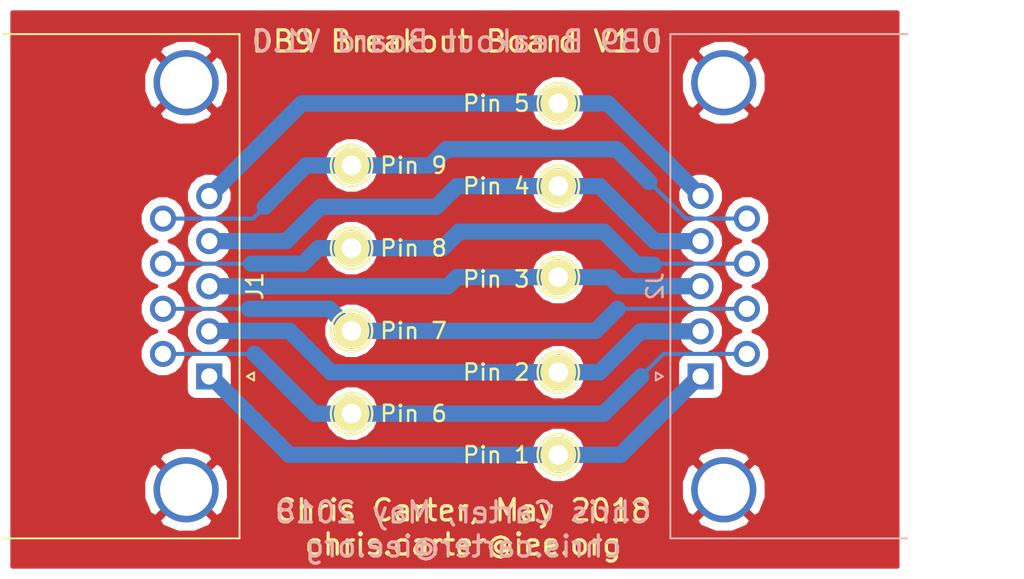
<source format=kicad_pcb>
(kicad_pcb (version 20171130) (host pcbnew 5.0.0-rc2-dev-unknown-5a90858~64~ubuntu16.04.1)

  (general
    (thickness 1.6)
    (drawings 8)
    (tracks 67)
    (zones 0)
    (modules 11)
    (nets 11)
  )

  (page A4)
  (layers
    (0 F.Cu signal hide)
    (31 B.Cu signal)
    (32 B.Adhes user)
    (33 F.Adhes user)
    (34 B.Paste user)
    (35 F.Paste user)
    (36 B.SilkS user)
    (37 F.SilkS user)
    (38 B.Mask user hide)
    (39 F.Mask user hide)
    (40 Dwgs.User user hide)
    (41 Cmts.User user hide)
    (42 Eco1.User user hide)
    (43 Eco2.User user hide)
    (44 Edge.Cuts user)
    (45 Margin user hide)
    (46 B.CrtYd user hide)
    (47 F.CrtYd user hide)
    (48 B.Fab user hide)
    (49 F.Fab user hide)
  )

  (setup
    (last_trace_width 1)
    (trace_clearance 0.2)
    (zone_clearance 0.508)
    (zone_45_only no)
    (trace_min 0.2)
    (segment_width 0.2)
    (edge_width 0.001)
    (via_size 0.8)
    (via_drill 0.4)
    (via_min_size 0.4)
    (via_min_drill 0.3)
    (uvia_size 0.3)
    (uvia_drill 0.1)
    (uvias_allowed no)
    (uvia_min_size 0.2)
    (uvia_min_drill 0.1)
    (pcb_text_width 0.3)
    (pcb_text_size 1.5 1.5)
    (mod_edge_width 0.15)
    (mod_text_size 1 1)
    (mod_text_width 0.15)
    (pad_size 1.524 1.524)
    (pad_drill 0.762)
    (pad_to_mask_clearance 0.2)
    (aux_axis_origin 0 0)
    (visible_elements 7FFFFFFF)
    (pcbplotparams
      (layerselection 0x010fc_ffffffff)
      (usegerberextensions false)
      (usegerberattributes false)
      (usegerberadvancedattributes false)
      (creategerberjobfile false)
      (excludeedgelayer true)
      (linewidth 0.100000)
      (plotframeref false)
      (viasonmask false)
      (mode 1)
      (useauxorigin false)
      (hpglpennumber 1)
      (hpglpenspeed 20)
      (hpglpendiameter 15)
      (psnegative false)
      (psa4output false)
      (plotreference true)
      (plotvalue true)
      (plotinvisibletext false)
      (padsonsilk false)
      (subtractmaskfromsilk false)
      (outputformat 1)
      (mirror false)
      (drillshape 1)
      (scaleselection 1)
      (outputdirectory ""))
  )

  (net 0 "")
  (net 1 "Net-(J1-Pad9)")
  (net 2 "Net-(J1-Pad8)")
  (net 3 "Net-(J1-Pad7)")
  (net 4 "Net-(J1-Pad6)")
  (net 5 "Net-(J1-Pad5)")
  (net 6 "Net-(J1-Pad4)")
  (net 7 "Net-(J1-Pad3)")
  (net 8 "Net-(J1-Pad2)")
  (net 9 "Net-(J1-Pad1)")
  (net 10 "Net-(J1-Pad0)")

  (net_class Default "This is the default net class."
    (clearance 0.2)
    (trace_width 1)
    (via_dia 0.8)
    (via_drill 0.4)
    (uvia_dia 0.3)
    (uvia_drill 0.1)
    (add_net "Net-(J1-Pad0)")
    (add_net "Net-(J1-Pad1)")
    (add_net "Net-(J1-Pad2)")
    (add_net "Net-(J1-Pad3)")
    (add_net "Net-(J1-Pad4)")
    (add_net "Net-(J1-Pad5)")
    (add_net "Net-(J1-Pad6)")
    (add_net "Net-(J1-Pad7)")
    (add_net "Net-(J1-Pad8)")
    (add_net "Net-(J1-Pad9)")
  )

  (net_class Narrow ""
    (clearance 0.2)
    (trace_width 0.25)
    (via_dia 0.8)
    (via_drill 0.4)
    (uvia_dia 0.3)
    (uvia_drill 0.1)
  )

  (module "Core Footprint Library:Test_Point_001" (layer F.Cu) (tedit 5AF0FD93) (tstamp 5AF2715C)
    (at 144.78 84.328)
    (path /5AE1D887)
    (fp_text reference TP3 (at 0 2.54) (layer F.SilkS) hide
      (effects (font (size 1 1) (thickness 0.15)))
    )
    (fp_text value "Pin 3" (at -3.81 0.127) (layer F.SilkS)
      (effects (font (size 1 1) (thickness 0.15)))
    )
    (fp_circle (center 0 0) (end -1.27 0) (layer F.SilkS) (width 0.15))
    (pad 1 thru_hole circle (at 0 0) (size 2.2 2.2) (drill 1.2) (layers *.Cu *.Mask F.SilkS)
      (net 7 "Net-(J1-Pad3)"))
  )

  (module "Core Footprint Library:Test_Point_001" (layer F.Cu) (tedit 5AF0FD83) (tstamp 5AF27157)
    (at 144.78 90.17)
    (path /5AE1D867)
    (fp_text reference TP2 (at 0 2.54) (layer F.SilkS) hide
      (effects (font (size 1 1) (thickness 0.15)))
    )
    (fp_text value "Pin 2" (at -3.81 0) (layer F.SilkS)
      (effects (font (size 1 1) (thickness 0.15)))
    )
    (fp_circle (center 0 0) (end -1.27 0) (layer F.SilkS) (width 0.15))
    (pad 1 thru_hole circle (at 0 0) (size 2.2 2.2) (drill 1.2) (layers *.Cu *.Mask F.SilkS)
      (net 8 "Net-(J1-Pad2)"))
  )

  (module "Core Footprint Library:Test_Point_001" (layer F.Cu) (tedit 5AF0FD50) (tstamp 5AF2749E)
    (at 144.78 95.25)
    (path /5AE1D7C0)
    (fp_text reference TP1 (at 0 2.54) (layer F.SilkS) hide
      (effects (font (size 1 1) (thickness 0.15)))
    )
    (fp_text value "Pin 1" (at -3.81 0) (layer F.SilkS)
      (effects (font (size 1 1) (thickness 0.15)))
    )
    (fp_circle (center 0 0) (end -1.27 0) (layer F.SilkS) (width 0.15))
    (pad 1 thru_hole circle (at 0 0) (size 2.2 2.2) (drill 1.2) (layers *.Cu *.Mask F.SilkS)
      (net 9 "Net-(J1-Pad1)"))
  )

  (module Connectors_DSub:DSUB-9_Female_Horizontal_Pitch2.77x2.84mm_EdgePinOffset9.90mm_Housed_MountingHolesOffset11.32mm (layer B.Cu) (tedit 59F2C3AB) (tstamp 5AF2762A)
    (at 153.52 90.43 270)
    (descr "9-pin D-Sub connector, horizontal/angled (90 deg), THT-mount, female, pitch 2.77x2.84mm, pin-PCB-offset 9.9mm, distance of mounting holes 25mm, distance of mounting holes to PCB edge 11.32mm, see https://disti-assets.s3.amazonaws.com/tonar/files/datasheets/16730.pdf")
    (tags "9-pin D-Sub connector horizontal angled 90deg THT female pitch 2.77x2.84mm pin-PCB-offset 9.9mm mounting-holes-distance 25mm mounting-hole-offset 25mm")
    (path /5AEFE756)
    (fp_text reference J2 (at -5.54 2.8 270) (layer B.SilkS)
      (effects (font (size 1 1) (thickness 0.15)) (justify mirror))
    )
    (fp_text value DB9 (at -5.54 -20.81 270) (layer B.Fab)
      (effects (font (size 1 1) (thickness 0.15)) (justify mirror))
    )
    (fp_arc (start -18.04 -1.42) (end -19.64 -1.42) (angle -180) (layer B.Fab) (width 0.1))
    (fp_arc (start 6.96 -1.42) (end 5.36 -1.42) (angle -180) (layer B.Fab) (width 0.1))
    (fp_line (start -20.965 1.8) (end -20.965 -12.74) (layer B.Fab) (width 0.1))
    (fp_line (start -20.965 -12.74) (end 9.885 -12.74) (layer B.Fab) (width 0.1))
    (fp_line (start 9.885 -12.74) (end 9.885 1.8) (layer B.Fab) (width 0.1))
    (fp_line (start 9.885 1.8) (end -20.965 1.8) (layer B.Fab) (width 0.1))
    (fp_line (start -20.965 -12.74) (end -20.965 -13.14) (layer B.Fab) (width 0.1))
    (fp_line (start -20.965 -13.14) (end 9.885 -13.14) (layer B.Fab) (width 0.1))
    (fp_line (start 9.885 -13.14) (end 9.885 -12.74) (layer B.Fab) (width 0.1))
    (fp_line (start 9.885 -12.74) (end -20.965 -12.74) (layer B.Fab) (width 0.1))
    (fp_line (start -13.69 -13.14) (end -13.69 -19.31) (layer B.Fab) (width 0.1))
    (fp_line (start -13.69 -19.31) (end 2.61 -19.31) (layer B.Fab) (width 0.1))
    (fp_line (start 2.61 -19.31) (end 2.61 -13.14) (layer B.Fab) (width 0.1))
    (fp_line (start 2.61 -13.14) (end -13.69 -13.14) (layer B.Fab) (width 0.1))
    (fp_line (start -20.54 -13.14) (end -20.54 -18.14) (layer B.Fab) (width 0.1))
    (fp_line (start -20.54 -18.14) (end -15.54 -18.14) (layer B.Fab) (width 0.1))
    (fp_line (start -15.54 -18.14) (end -15.54 -13.14) (layer B.Fab) (width 0.1))
    (fp_line (start -15.54 -13.14) (end -20.54 -13.14) (layer B.Fab) (width 0.1))
    (fp_line (start 4.46 -13.14) (end 4.46 -18.14) (layer B.Fab) (width 0.1))
    (fp_line (start 4.46 -18.14) (end 9.46 -18.14) (layer B.Fab) (width 0.1))
    (fp_line (start 9.46 -18.14) (end 9.46 -13.14) (layer B.Fab) (width 0.1))
    (fp_line (start 9.46 -13.14) (end 4.46 -13.14) (layer B.Fab) (width 0.1))
    (fp_line (start -19.64 -12.74) (end -19.64 -1.42) (layer B.Fab) (width 0.1))
    (fp_line (start -16.44 -12.74) (end -16.44 -1.42) (layer B.Fab) (width 0.1))
    (fp_line (start 5.36 -12.74) (end 5.36 -1.42) (layer B.Fab) (width 0.1))
    (fp_line (start 8.56 -12.74) (end 8.56 -1.42) (layer B.Fab) (width 0.1))
    (fp_line (start -21.025 -12.68) (end -21.025 1.86) (layer B.SilkS) (width 0.12))
    (fp_line (start -21.025 1.86) (end 9.945 1.86) (layer B.SilkS) (width 0.12))
    (fp_line (start 9.945 1.86) (end 9.945 -12.68) (layer B.SilkS) (width 0.12))
    (fp_line (start -0.25 2.754338) (end 0.25 2.754338) (layer B.SilkS) (width 0.12))
    (fp_line (start 0.25 2.754338) (end 0 2.321325) (layer B.SilkS) (width 0.12))
    (fp_line (start 0 2.321325) (end -0.25 2.754338) (layer B.SilkS) (width 0.12))
    (fp_line (start -21.5 2.35) (end -21.5 -19.85) (layer B.CrtYd) (width 0.05))
    (fp_line (start -21.5 -19.85) (end 10.4 -19.85) (layer B.CrtYd) (width 0.05))
    (fp_line (start 10.4 -19.85) (end 10.4 2.35) (layer B.CrtYd) (width 0.05))
    (fp_line (start 10.4 2.35) (end -21.5 2.35) (layer B.CrtYd) (width 0.05))
    (fp_text user %R (at -5.54 -16.225 270) (layer B.Fab)
      (effects (font (size 1 1) (thickness 0.15)) (justify mirror))
    )
    (pad 1 thru_hole rect (at 0 0 270) (size 1.6 1.6) (drill 1) (layers *.Cu *.Mask)
      (net 9 "Net-(J1-Pad1)"))
    (pad 2 thru_hole circle (at -2.77 0 270) (size 1.6 1.6) (drill 1) (layers *.Cu *.Mask)
      (net 8 "Net-(J1-Pad2)"))
    (pad 3 thru_hole circle (at -5.54 0 270) (size 1.6 1.6) (drill 1) (layers *.Cu *.Mask)
      (net 7 "Net-(J1-Pad3)"))
    (pad 4 thru_hole circle (at -8.31 0 270) (size 1.6 1.6) (drill 1) (layers *.Cu *.Mask)
      (net 6 "Net-(J1-Pad4)"))
    (pad 5 thru_hole circle (at -11.08 0 270) (size 1.6 1.6) (drill 1) (layers *.Cu *.Mask)
      (net 5 "Net-(J1-Pad5)"))
    (pad 6 thru_hole circle (at -1.385 -2.84 270) (size 1.6 1.6) (drill 1) (layers *.Cu *.Mask)
      (net 4 "Net-(J1-Pad6)"))
    (pad 7 thru_hole circle (at -4.155 -2.84 270) (size 1.6 1.6) (drill 1) (layers *.Cu *.Mask)
      (net 3 "Net-(J1-Pad7)"))
    (pad 8 thru_hole circle (at -6.925 -2.84 270) (size 1.6 1.6) (drill 1) (layers *.Cu *.Mask)
      (net 2 "Net-(J1-Pad8)"))
    (pad 9 thru_hole circle (at -9.695 -2.84 270) (size 1.6 1.6) (drill 1) (layers *.Cu *.Mask)
      (net 1 "Net-(J1-Pad9)"))
    (pad 0 thru_hole circle (at -18.04 -1.42 270) (size 4 4) (drill 3.2) (layers *.Cu *.Mask)
      (net 10 "Net-(J1-Pad0)"))
    (pad 0 thru_hole circle (at 6.96 -1.42 270) (size 4 4) (drill 3.2) (layers *.Cu *.Mask)
      (net 10 "Net-(J1-Pad0)"))
    (model ${KISYS3DMOD}/Connectors_DSub.3dshapes/DSUB-9_Female_Horizontal_Pitch2.77x2.84mm_EdgePinOffset9.90mm_Housed_MountingHolesOffset11.32mm.wrl
      (at (xyz 0 0 0))
      (scale (xyz 1 1 1))
      (rotate (xyz 0 0 0))
    )
  )

  (module Connectors_DSub:DSUB-9_Female_Horizontal_Pitch2.77x2.84mm_EdgePinOffset9.90mm_Housed_MountingHolesOffset11.32mm (layer F.Cu) (tedit 59F2C3AB) (tstamp 5AF269E2)
    (at 123.34 90.43 270)
    (descr "9-pin D-Sub connector, horizontal/angled (90 deg), THT-mount, female, pitch 2.77x2.84mm, pin-PCB-offset 9.9mm, distance of mounting holes 25mm, distance of mounting holes to PCB edge 11.32mm, see https://disti-assets.s3.amazonaws.com/tonar/files/datasheets/16730.pdf")
    (tags "9-pin D-Sub connector horizontal angled 90deg THT female pitch 2.77x2.84mm pin-PCB-offset 9.9mm mounting-holes-distance 25mm mounting-hole-offset 25mm")
    (path /5AEFD9DB)
    (fp_text reference J1 (at -5.54 -2.8 270) (layer F.SilkS)
      (effects (font (size 1 1) (thickness 0.15)))
    )
    (fp_text value DB9 (at -5.54 20.81 270) (layer F.Fab)
      (effects (font (size 1 1) (thickness 0.15)))
    )
    (fp_arc (start -18.04 1.42) (end -19.64 1.42) (angle 180) (layer F.Fab) (width 0.1))
    (fp_arc (start 6.96 1.42) (end 5.36 1.42) (angle 180) (layer F.Fab) (width 0.1))
    (fp_line (start -20.965 -1.8) (end -20.965 12.74) (layer F.Fab) (width 0.1))
    (fp_line (start -20.965 12.74) (end 9.885 12.74) (layer F.Fab) (width 0.1))
    (fp_line (start 9.885 12.74) (end 9.885 -1.8) (layer F.Fab) (width 0.1))
    (fp_line (start 9.885 -1.8) (end -20.965 -1.8) (layer F.Fab) (width 0.1))
    (fp_line (start -20.965 12.74) (end -20.965 13.14) (layer F.Fab) (width 0.1))
    (fp_line (start -20.965 13.14) (end 9.885 13.14) (layer F.Fab) (width 0.1))
    (fp_line (start 9.885 13.14) (end 9.885 12.74) (layer F.Fab) (width 0.1))
    (fp_line (start 9.885 12.74) (end -20.965 12.74) (layer F.Fab) (width 0.1))
    (fp_line (start -13.69 13.14) (end -13.69 19.31) (layer F.Fab) (width 0.1))
    (fp_line (start -13.69 19.31) (end 2.61 19.31) (layer F.Fab) (width 0.1))
    (fp_line (start 2.61 19.31) (end 2.61 13.14) (layer F.Fab) (width 0.1))
    (fp_line (start 2.61 13.14) (end -13.69 13.14) (layer F.Fab) (width 0.1))
    (fp_line (start -20.54 13.14) (end -20.54 18.14) (layer F.Fab) (width 0.1))
    (fp_line (start -20.54 18.14) (end -15.54 18.14) (layer F.Fab) (width 0.1))
    (fp_line (start -15.54 18.14) (end -15.54 13.14) (layer F.Fab) (width 0.1))
    (fp_line (start -15.54 13.14) (end -20.54 13.14) (layer F.Fab) (width 0.1))
    (fp_line (start 4.46 13.14) (end 4.46 18.14) (layer F.Fab) (width 0.1))
    (fp_line (start 4.46 18.14) (end 9.46 18.14) (layer F.Fab) (width 0.1))
    (fp_line (start 9.46 18.14) (end 9.46 13.14) (layer F.Fab) (width 0.1))
    (fp_line (start 9.46 13.14) (end 4.46 13.14) (layer F.Fab) (width 0.1))
    (fp_line (start -19.64 12.74) (end -19.64 1.42) (layer F.Fab) (width 0.1))
    (fp_line (start -16.44 12.74) (end -16.44 1.42) (layer F.Fab) (width 0.1))
    (fp_line (start 5.36 12.74) (end 5.36 1.42) (layer F.Fab) (width 0.1))
    (fp_line (start 8.56 12.74) (end 8.56 1.42) (layer F.Fab) (width 0.1))
    (fp_line (start -21.025 12.68) (end -21.025 -1.86) (layer F.SilkS) (width 0.12))
    (fp_line (start -21.025 -1.86) (end 9.945 -1.86) (layer F.SilkS) (width 0.12))
    (fp_line (start 9.945 -1.86) (end 9.945 12.68) (layer F.SilkS) (width 0.12))
    (fp_line (start -0.25 -2.754338) (end 0.25 -2.754338) (layer F.SilkS) (width 0.12))
    (fp_line (start 0.25 -2.754338) (end 0 -2.321325) (layer F.SilkS) (width 0.12))
    (fp_line (start 0 -2.321325) (end -0.25 -2.754338) (layer F.SilkS) (width 0.12))
    (fp_line (start -21.5 -2.35) (end -21.5 19.85) (layer F.CrtYd) (width 0.05))
    (fp_line (start -21.5 19.85) (end 10.4 19.85) (layer F.CrtYd) (width 0.05))
    (fp_line (start 10.4 19.85) (end 10.4 -2.35) (layer F.CrtYd) (width 0.05))
    (fp_line (start 10.4 -2.35) (end -21.5 -2.35) (layer F.CrtYd) (width 0.05))
    (fp_text user %R (at -5.54 16.225 270) (layer F.Fab)
      (effects (font (size 1 1) (thickness 0.15)))
    )
    (pad 1 thru_hole rect (at 0 0 270) (size 1.6 1.6) (drill 1) (layers *.Cu *.Mask)
      (net 9 "Net-(J1-Pad1)"))
    (pad 2 thru_hole circle (at -2.77 0 270) (size 1.6 1.6) (drill 1) (layers *.Cu *.Mask)
      (net 8 "Net-(J1-Pad2)"))
    (pad 3 thru_hole circle (at -5.54 0 270) (size 1.6 1.6) (drill 1) (layers *.Cu *.Mask)
      (net 7 "Net-(J1-Pad3)"))
    (pad 4 thru_hole circle (at -8.31 0 270) (size 1.6 1.6) (drill 1) (layers *.Cu *.Mask)
      (net 6 "Net-(J1-Pad4)"))
    (pad 5 thru_hole circle (at -11.08 0 270) (size 1.6 1.6) (drill 1) (layers *.Cu *.Mask)
      (net 5 "Net-(J1-Pad5)"))
    (pad 6 thru_hole circle (at -1.385 2.84 270) (size 1.6 1.6) (drill 1) (layers *.Cu *.Mask)
      (net 4 "Net-(J1-Pad6)"))
    (pad 7 thru_hole circle (at -4.155 2.84 270) (size 1.6 1.6) (drill 1) (layers *.Cu *.Mask)
      (net 3 "Net-(J1-Pad7)"))
    (pad 8 thru_hole circle (at -6.925 2.84 270) (size 1.6 1.6) (drill 1) (layers *.Cu *.Mask)
      (net 2 "Net-(J1-Pad8)"))
    (pad 9 thru_hole circle (at -9.695 2.84 270) (size 1.6 1.6) (drill 1) (layers *.Cu *.Mask)
      (net 1 "Net-(J1-Pad9)"))
    (pad 0 thru_hole circle (at -18.04 1.42 270) (size 4 4) (drill 3.2) (layers *.Cu *.Mask)
      (net 10 "Net-(J1-Pad0)"))
    (pad 0 thru_hole circle (at 6.96 1.42 270) (size 4 4) (drill 3.2) (layers *.Cu *.Mask)
      (net 10 "Net-(J1-Pad0)"))
    (model ${KISYS3DMOD}/Connectors_DSub.3dshapes/DSUB-9_Female_Horizontal_Pitch2.77x2.84mm_EdgePinOffset9.90mm_Housed_MountingHolesOffset11.32mm.wrl
      (at (xyz 0 0 0))
      (scale (xyz 1 1 1))
      (rotate (xyz 0 0 0))
    )
  )

  (module "Core Footprint Library:Test_Point_001" (layer F.Cu) (tedit 5AF0FDCF) (tstamp 5AE52377)
    (at 144.78 78.74)
    (path /5AE1D8A9)
    (fp_text reference TP4 (at 0 2.54) (layer F.SilkS) hide
      (effects (font (size 1 1) (thickness 0.15)))
    )
    (fp_text value "Pin 4" (at -3.81 0) (layer F.SilkS)
      (effects (font (size 1 1) (thickness 0.15)))
    )
    (fp_circle (center 0 0) (end -1.27 0) (layer F.SilkS) (width 0.15))
    (pad 1 thru_hole circle (at 0 0) (size 2.2 2.2) (drill 1.2) (layers *.Cu *.Mask F.SilkS)
      (net 6 "Net-(J1-Pad4)"))
  )

  (module "Core Footprint Library:Test_Point_001" (layer F.Cu) (tedit 5AF0FDEC) (tstamp 5AE5237D)
    (at 144.78 73.66)
    (path /5AE1D8CD)
    (fp_text reference TP5 (at 0 2.54) (layer F.SilkS) hide
      (effects (font (size 1 1) (thickness 0.15)))
    )
    (fp_text value "Pin 5" (at -3.81 0) (layer F.SilkS)
      (effects (font (size 1 1) (thickness 0.15)))
    )
    (fp_circle (center 0 0) (end -1.27 0) (layer F.SilkS) (width 0.15))
    (pad 1 thru_hole circle (at 0 0) (size 2.2 2.2) (drill 1.2) (layers *.Cu *.Mask F.SilkS)
      (net 5 "Net-(J1-Pad5)"))
  )

  (module "Core Footprint Library:Test_Point_001" (layer F.Cu) (tedit 5AF0FE28) (tstamp 5AF273B7)
    (at 132.08 92.71)
    (path /5AE1D9E0)
    (fp_text reference TP6 (at 0 2.54) (layer F.SilkS) hide
      (effects (font (size 1 1) (thickness 0.15)))
    )
    (fp_text value "Pin 6" (at 3.81 0) (layer F.SilkS)
      (effects (font (size 1 1) (thickness 0.15)))
    )
    (fp_circle (center 0 0) (end -1.27 0) (layer F.SilkS) (width 0.15))
    (pad 1 thru_hole circle (at 0 0) (size 2.2 2.2) (drill 1.2) (layers *.Cu *.Mask F.SilkS)
      (net 4 "Net-(J1-Pad6)"))
  )

  (module "Core Footprint Library:Test_Point_001" (layer F.Cu) (tedit 5AF0FE3B) (tstamp 5AE52389)
    (at 132.08 87.63)
    (path /5AE1D9E9)
    (fp_text reference TP7 (at 0 2.54) (layer F.SilkS) hide
      (effects (font (size 1 1) (thickness 0.15)))
    )
    (fp_text value "Pin 7" (at 3.81 0) (layer F.SilkS)
      (effects (font (size 1 1) (thickness 0.15)))
    )
    (fp_circle (center 0 0) (end -1.27 0) (layer F.SilkS) (width 0.15))
    (pad 1 thru_hole circle (at 0 0) (size 2.2 2.2) (drill 1.2) (layers *.Cu *.Mask F.SilkS)
      (net 3 "Net-(J1-Pad7)"))
  )

  (module "Core Footprint Library:Test_Point_001" (layer F.Cu) (tedit 5AF0FE57) (tstamp 5AF2784C)
    (at 132.08 82.55)
    (path /5AE1D9F2)
    (fp_text reference TP8 (at 0 2.54) (layer F.SilkS) hide
      (effects (font (size 1 1) (thickness 0.15)))
    )
    (fp_text value "Pin 8" (at 3.81 0) (layer F.SilkS)
      (effects (font (size 1 1) (thickness 0.15)))
    )
    (fp_circle (center 0 0) (end -1.27 0) (layer F.SilkS) (width 0.15))
    (pad 1 thru_hole circle (at 0 0) (size 2.2 2.2) (drill 1.2) (layers *.Cu *.Mask F.SilkS)
      (net 2 "Net-(J1-Pad8)"))
  )

  (module "Core Footprint Library:Test_Point_001" (layer F.Cu) (tedit 5AF0FE69) (tstamp 5AE52395)
    (at 132.08 77.47)
    (path /5AE1D9FB)
    (fp_text reference TP9 (at 0.635 1.905) (layer F.SilkS) hide
      (effects (font (size 1 1) (thickness 0.15)))
    )
    (fp_text value "Pin 9" (at 3.81 0) (layer F.SilkS)
      (effects (font (size 1 1) (thickness 0.15)))
    )
    (fp_circle (center 0 0) (end -1.27 0) (layer F.SilkS) (width 0.15))
    (pad 1 thru_hole circle (at 0 0) (size 2.2 2.2) (drill 1.2) (layers *.Cu *.Mask F.SilkS)
      (net 1 "Net-(J1-Pad9)"))
  )

  (gr_text "Chris Carter, May 2018\nchris.carter@iee.org" (at 138.938 99.822) (layer B.SilkS) (tstamp 5AEFB762)
    (effects (font (size 1.3 1.3) (thickness 0.2)) (justify mirror))
  )
  (gr_text "DB9 Breakout Board V1.0" (at 138.557 69.85) (layer B.SilkS) (tstamp 5AEFB73C)
    (effects (font (size 1.3 1.3) (thickness 0.2)) (justify mirror))
  )
  (gr_text "Chris Carter, May 2018\nchris.carter@iee.org" (at 138.938 99.695) (layer F.SilkS)
    (effects (font (size 1.3 1.3) (thickness 0.2)))
  )
  (gr_text "DB9 Breakout Board V1.0" (at 138.557 69.85) (layer F.SilkS)
    (effects (font (size 1.3 1.3) (thickness 0.2)))
  )
  (gr_line (start 110.49 102.87) (end 110.49 67.31) (layer Edge.Cuts) (width 0.001))
  (gr_line (start 166.37 102.87) (end 110.49 102.87) (layer Edge.Cuts) (width 0.001))
  (gr_line (start 166.37 67.31) (end 166.37 102.87) (layer Edge.Cuts) (width 0.001) (tstamp 5AF274F4))
  (gr_line (start 110.49 67.31) (end 166.37 67.31) (layer Edge.Cuts) (width 0.001))

  (segment (start 120.5 80.735) (end 126.021 80.735) (width 0.25) (layer B.Cu) (net 1))
  (segment (start 126.021 80.735) (end 126.746 80.01) (width 0.25) (layer B.Cu) (net 1))
  (segment (start 129.286 77.47) (end 132.08 77.47) (width 1) (layer B.Cu) (net 1))
  (segment (start 126.746 80.01) (end 129.286 77.47) (width 1) (layer B.Cu) (net 1))
  (segment (start 152.617 80.735) (end 156.36 80.735) (width 0.25) (layer B.Cu) (net 1))
  (segment (start 150.368 78.486) (end 152.617 80.735) (width 0.25) (layer B.Cu) (net 1))
  (segment (start 148.352001 76.470001) (end 150.368 78.486) (width 1) (layer B.Cu) (net 1))
  (segment (start 137.905999 76.470001) (end 148.352001 76.470001) (width 1) (layer B.Cu) (net 1))
  (segment (start 136.906 77.47) (end 137.905999 76.470001) (width 1) (layer B.Cu) (net 1))
  (segment (start 132.08 77.47) (end 136.906 77.47) (width 1) (layer B.Cu) (net 1))
  (segment (start 120.5 83.505) (end 125.923 83.505) (width 0.25) (layer B.Cu) (net 2))
  (segment (start 150.683 83.505) (end 156.36 83.505) (width 0.25) (layer B.Cu) (net 2))
  (segment (start 150.622 83.566) (end 150.683 83.505) (width 0.25) (layer B.Cu) (net 2))
  (segment (start 149.606 83.566) (end 150.622 83.566) (width 1) (layer B.Cu) (net 2))
  (segment (start 132.08 82.55) (end 137.668 82.55) (width 1) (layer B.Cu) (net 2))
  (segment (start 137.668 82.55) (end 138.684 81.534) (width 1) (layer B.Cu) (net 2))
  (segment (start 138.684 81.534) (end 147.574 81.534) (width 1) (layer B.Cu) (net 2))
  (segment (start 147.574 81.534) (end 149.606 83.566) (width 1) (layer B.Cu) (net 2))
  (segment (start 130.048 82.55) (end 132.08 82.55) (width 1) (layer B.Cu) (net 2))
  (segment (start 129.093 83.505) (end 130.048 82.55) (width 1) (layer B.Cu) (net 2))
  (segment (start 125.923 83.505) (end 129.093 83.505) (width 1) (layer B.Cu) (net 2))
  (segment (start 156.36 86.275) (end 148.421 86.275) (width 0.25) (layer B.Cu) (net 3))
  (segment (start 147.066 87.63) (end 132.08 87.63) (width 1) (layer B.Cu) (net 3))
  (segment (start 148.421 86.275) (end 147.066 87.63) (width 1) (layer B.Cu) (net 3))
  (segment (start 120.5 86.275) (end 125.772 86.275) (width 0.25) (layer B.Cu) (net 3))
  (segment (start 130.725 86.275) (end 132.08 87.63) (width 1) (layer B.Cu) (net 3))
  (segment (start 125.772 86.275) (end 130.725 86.275) (width 1) (layer B.Cu) (net 3))
  (segment (start 156.36 89.045) (end 151.239 89.045) (width 0.25) (layer B.Cu) (net 4))
  (segment (start 151.239 89.045) (end 149.86 90.424) (width 0.25) (layer B.Cu) (net 4))
  (segment (start 147.574 92.71) (end 132.08 92.71) (width 1) (layer B.Cu) (net 4))
  (segment (start 149.86 90.424) (end 147.574 92.71) (width 1) (layer B.Cu) (net 4))
  (segment (start 120.5 89.045) (end 126.129 89.045) (width 0.25) (layer B.Cu) (net 4))
  (segment (start 129.794 92.71) (end 132.08 92.71) (width 1) (layer B.Cu) (net 4))
  (segment (start 126.129 89.045) (end 129.794 92.71) (width 1) (layer B.Cu) (net 4))
  (segment (start 129.03 73.66) (end 144.78 73.66) (width 1) (layer B.Cu) (net 5))
  (segment (start 123.34 79.35) (end 129.03 73.66) (width 1) (layer B.Cu) (net 5))
  (segment (start 147.83 73.66) (end 153.52 79.35) (width 1) (layer B.Cu) (net 5))
  (segment (start 144.78 73.66) (end 147.83 73.66) (width 1) (layer B.Cu) (net 5))
  (segment (start 150.7 82.12) (end 153.52 82.12) (width 1) (layer B.Cu) (net 6))
  (segment (start 147.32 78.74) (end 150.7 82.12) (width 1) (layer B.Cu) (net 6))
  (segment (start 144.78 78.74) (end 147.32 78.74) (width 1) (layer B.Cu) (net 6))
  (segment (start 138.557 78.74) (end 144.78 78.74) (width 1) (layer B.Cu) (net 6))
  (segment (start 123.34 82.12) (end 128.065 82.12) (width 1) (layer B.Cu) (net 6))
  (segment (start 128.065 82.12) (end 130.175 80.01) (width 1) (layer B.Cu) (net 6))
  (segment (start 130.175 80.01) (end 137.287 80.01) (width 1) (layer B.Cu) (net 6))
  (segment (start 137.287 80.01) (end 138.557 78.74) (width 1) (layer B.Cu) (net 6))
  (segment (start 138.557 84.328) (end 144.78 84.328) (width 1) (layer B.Cu) (net 7))
  (segment (start 137.995 84.89) (end 138.557 84.328) (width 1) (layer B.Cu) (net 7))
  (segment (start 123.34 84.89) (end 137.995 84.89) (width 1) (layer B.Cu) (net 7))
  (segment (start 148.517 84.89) (end 153.52 84.89) (width 1) (layer B.Cu) (net 7))
  (segment (start 147.955 84.328) (end 148.517 84.89) (width 1) (layer B.Cu) (net 7))
  (segment (start 144.78 84.328) (end 147.955 84.328) (width 1) (layer B.Cu) (net 7))
  (segment (start 149.83 87.66) (end 153.52 87.66) (width 1) (layer B.Cu) (net 8))
  (segment (start 147.32 90.17) (end 149.83 87.66) (width 1) (layer B.Cu) (net 8))
  (segment (start 144.78 90.17) (end 147.32 90.17) (width 1) (layer B.Cu) (net 8))
  (segment (start 143.365787 90.17) (end 144.78 90.17) (width 1) (layer B.Cu) (net 8))
  (segment (start 123.34 87.66) (end 123.37 87.63) (width 1) (layer B.Cu) (net 8))
  (segment (start 130.81 90.17) (end 143.365787 90.17) (width 1) (layer B.Cu) (net 8))
  (segment (start 123.37 87.63) (end 128.27 87.63) (width 1) (layer B.Cu) (net 8))
  (segment (start 128.27 87.63) (end 130.81 90.17) (width 1) (layer B.Cu) (net 8))
  (segment (start 143.365787 95.25) (end 144.78 95.25) (width 1) (layer B.Cu) (net 9))
  (segment (start 128.27 95.25) (end 143.365787 95.25) (width 1) (layer B.Cu) (net 9))
  (segment (start 123.45 90.43) (end 128.27 95.25) (width 1) (layer B.Cu) (net 9))
  (segment (start 123.34 90.43) (end 123.45 90.43) (width 1) (layer B.Cu) (net 9))
  (segment (start 153.41 90.43) (end 153.52 90.43) (width 1) (layer B.Cu) (net 9))
  (segment (start 148.59 95.25) (end 153.41 90.43) (width 1) (layer B.Cu) (net 9))
  (segment (start 144.78 95.25) (end 148.59 95.25) (width 1) (layer B.Cu) (net 9))

  (zone (net 10) (net_name "Net-(J1-Pad0)") (layer F.Cu) (tstamp 0) (hatch edge 0.508)
    (connect_pads (clearance 0.508))
    (min_thickness 0.254)
    (fill yes (arc_segments 16) (thermal_gap 0.508) (thermal_bridge_width 0.508))
    (polygon
      (pts
        (xy 111.125 67.945) (xy 165.735 67.945) (xy 165.735 102.235) (xy 111.125 102.235)
      )
    )
    (filled_polygon
      (pts
        (xy 165.608 102.108) (xy 111.252 102.108) (xy 111.252 99.265022) (xy 120.224584 99.265022) (xy 120.445353 99.635743)
        (xy 121.417012 100.029119) (xy 122.465247 100.020713) (xy 123.394647 99.635743) (xy 123.615416 99.265022) (xy 153.244584 99.265022)
        (xy 153.465353 99.635743) (xy 154.437012 100.029119) (xy 155.485247 100.020713) (xy 156.414647 99.635743) (xy 156.635416 99.265022)
        (xy 154.94 97.569605) (xy 153.244584 99.265022) (xy 123.615416 99.265022) (xy 121.92 97.569605) (xy 120.224584 99.265022)
        (xy 111.252 99.265022) (xy 111.252 96.887012) (xy 119.280881 96.887012) (xy 119.289287 97.935247) (xy 119.674257 98.864647)
        (xy 120.044978 99.085416) (xy 121.740395 97.39) (xy 122.099605 97.39) (xy 123.795022 99.085416) (xy 124.165743 98.864647)
        (xy 124.559119 97.892988) (xy 124.550713 96.844753) (xy 124.165743 95.915353) (xy 123.795022 95.694584) (xy 122.099605 97.39)
        (xy 121.740395 97.39) (xy 120.044978 95.694584) (xy 119.674257 95.915353) (xy 119.280881 96.887012) (xy 111.252 96.887012)
        (xy 111.252 95.514978) (xy 120.224584 95.514978) (xy 121.92 97.210395) (xy 123.615416 95.514978) (xy 123.394647 95.144257)
        (xy 122.803391 94.904887) (xy 143.045 94.904887) (xy 143.045 95.595113) (xy 143.309138 96.232799) (xy 143.797201 96.720862)
        (xy 144.434887 96.985) (xy 145.125113 96.985) (xy 145.361677 96.887012) (xy 152.300881 96.887012) (xy 152.309287 97.935247)
        (xy 152.694257 98.864647) (xy 153.064978 99.085416) (xy 154.760395 97.39) (xy 155.119605 97.39) (xy 156.815022 99.085416)
        (xy 157.185743 98.864647) (xy 157.579119 97.892988) (xy 157.570713 96.844753) (xy 157.185743 95.915353) (xy 156.815022 95.694584)
        (xy 155.119605 97.39) (xy 154.760395 97.39) (xy 153.064978 95.694584) (xy 152.694257 95.915353) (xy 152.300881 96.887012)
        (xy 145.361677 96.887012) (xy 145.762799 96.720862) (xy 146.250862 96.232799) (xy 146.515 95.595113) (xy 146.515 95.514978)
        (xy 153.244584 95.514978) (xy 154.94 97.210395) (xy 156.635416 95.514978) (xy 156.414647 95.144257) (xy 155.442988 94.750881)
        (xy 154.394753 94.759287) (xy 153.465353 95.144257) (xy 153.244584 95.514978) (xy 146.515 95.514978) (xy 146.515 94.904887)
        (xy 146.250862 94.267201) (xy 145.762799 93.779138) (xy 145.125113 93.515) (xy 144.434887 93.515) (xy 143.797201 93.779138)
        (xy 143.309138 94.267201) (xy 143.045 94.904887) (xy 122.803391 94.904887) (xy 122.422988 94.750881) (xy 121.374753 94.759287)
        (xy 120.445353 95.144257) (xy 120.224584 95.514978) (xy 111.252 95.514978) (xy 111.252 92.364887) (xy 130.345 92.364887)
        (xy 130.345 93.055113) (xy 130.609138 93.692799) (xy 131.097201 94.180862) (xy 131.734887 94.445) (xy 132.425113 94.445)
        (xy 133.062799 94.180862) (xy 133.550862 93.692799) (xy 133.815 93.055113) (xy 133.815 92.364887) (xy 133.550862 91.727201)
        (xy 133.062799 91.239138) (xy 132.425113 90.975) (xy 131.734887 90.975) (xy 131.097201 91.239138) (xy 130.609138 91.727201)
        (xy 130.345 92.364887) (xy 111.252 92.364887) (xy 111.252 80.449561) (xy 119.065 80.449561) (xy 119.065 81.020439)
        (xy 119.283466 81.547862) (xy 119.687138 81.951534) (xy 120.09385 82.12) (xy 119.687138 82.288466) (xy 119.283466 82.692138)
        (xy 119.065 83.219561) (xy 119.065 83.790439) (xy 119.283466 84.317862) (xy 119.687138 84.721534) (xy 120.09385 84.89)
        (xy 119.687138 85.058466) (xy 119.283466 85.462138) (xy 119.065 85.989561) (xy 119.065 86.560439) (xy 119.283466 87.087862)
        (xy 119.687138 87.491534) (xy 120.09385 87.66) (xy 119.687138 87.828466) (xy 119.283466 88.232138) (xy 119.065 88.759561)
        (xy 119.065 89.330439) (xy 119.283466 89.857862) (xy 119.687138 90.261534) (xy 120.214561 90.48) (xy 120.785439 90.48)
        (xy 121.312862 90.261534) (xy 121.716534 89.857862) (xy 121.810917 89.63) (xy 121.89256 89.63) (xy 121.89256 91.23)
        (xy 121.941843 91.477765) (xy 122.082191 91.687809) (xy 122.292235 91.828157) (xy 122.54 91.87744) (xy 124.14 91.87744)
        (xy 124.387765 91.828157) (xy 124.597809 91.687809) (xy 124.738157 91.477765) (xy 124.78744 91.23) (xy 124.78744 89.824887)
        (xy 143.045 89.824887) (xy 143.045 90.515113) (xy 143.309138 91.152799) (xy 143.797201 91.640862) (xy 144.434887 91.905)
        (xy 145.125113 91.905) (xy 145.762799 91.640862) (xy 146.250862 91.152799) (xy 146.515 90.515113) (xy 146.515 89.824887)
        (xy 146.434276 89.63) (xy 152.07256 89.63) (xy 152.07256 91.23) (xy 152.121843 91.477765) (xy 152.262191 91.687809)
        (xy 152.472235 91.828157) (xy 152.72 91.87744) (xy 154.32 91.87744) (xy 154.567765 91.828157) (xy 154.777809 91.687809)
        (xy 154.918157 91.477765) (xy 154.96744 91.23) (xy 154.96744 89.63) (xy 154.918157 89.382235) (xy 154.777809 89.172191)
        (xy 154.567765 89.031843) (xy 154.32 88.98256) (xy 154.076893 88.98256) (xy 154.332862 88.876534) (xy 154.736534 88.472862)
        (xy 154.955 87.945439) (xy 154.955 87.374561) (xy 154.736534 86.847138) (xy 154.332862 86.443466) (xy 153.92615 86.275)
        (xy 154.332862 86.106534) (xy 154.736534 85.702862) (xy 154.955 85.175439) (xy 154.955 84.604561) (xy 154.736534 84.077138)
        (xy 154.332862 83.673466) (xy 153.92615 83.505) (xy 154.332862 83.336534) (xy 154.736534 82.932862) (xy 154.955 82.405439)
        (xy 154.955 81.834561) (xy 154.736534 81.307138) (xy 154.332862 80.903466) (xy 153.92615 80.735) (xy 154.332862 80.566534)
        (xy 154.449835 80.449561) (xy 154.925 80.449561) (xy 154.925 81.020439) (xy 155.143466 81.547862) (xy 155.547138 81.951534)
        (xy 155.95385 82.12) (xy 155.547138 82.288466) (xy 155.143466 82.692138) (xy 154.925 83.219561) (xy 154.925 83.790439)
        (xy 155.143466 84.317862) (xy 155.547138 84.721534) (xy 155.95385 84.89) (xy 155.547138 85.058466) (xy 155.143466 85.462138)
        (xy 154.925 85.989561) (xy 154.925 86.560439) (xy 155.143466 87.087862) (xy 155.547138 87.491534) (xy 155.95385 87.66)
        (xy 155.547138 87.828466) (xy 155.143466 88.232138) (xy 154.925 88.759561) (xy 154.925 89.330439) (xy 155.143466 89.857862)
        (xy 155.547138 90.261534) (xy 156.074561 90.48) (xy 156.645439 90.48) (xy 157.172862 90.261534) (xy 157.576534 89.857862)
        (xy 157.795 89.330439) (xy 157.795 88.759561) (xy 157.576534 88.232138) (xy 157.172862 87.828466) (xy 156.76615 87.66)
        (xy 157.172862 87.491534) (xy 157.576534 87.087862) (xy 157.795 86.560439) (xy 157.795 85.989561) (xy 157.576534 85.462138)
        (xy 157.172862 85.058466) (xy 156.76615 84.89) (xy 157.172862 84.721534) (xy 157.576534 84.317862) (xy 157.795 83.790439)
        (xy 157.795 83.219561) (xy 157.576534 82.692138) (xy 157.172862 82.288466) (xy 156.76615 82.12) (xy 157.172862 81.951534)
        (xy 157.576534 81.547862) (xy 157.795 81.020439) (xy 157.795 80.449561) (xy 157.576534 79.922138) (xy 157.172862 79.518466)
        (xy 156.645439 79.3) (xy 156.074561 79.3) (xy 155.547138 79.518466) (xy 155.143466 79.922138) (xy 154.925 80.449561)
        (xy 154.449835 80.449561) (xy 154.736534 80.162862) (xy 154.955 79.635439) (xy 154.955 79.064561) (xy 154.736534 78.537138)
        (xy 154.332862 78.133466) (xy 153.805439 77.915) (xy 153.234561 77.915) (xy 152.707138 78.133466) (xy 152.303466 78.537138)
        (xy 152.085 79.064561) (xy 152.085 79.635439) (xy 152.303466 80.162862) (xy 152.707138 80.566534) (xy 153.11385 80.735)
        (xy 152.707138 80.903466) (xy 152.303466 81.307138) (xy 152.085 81.834561) (xy 152.085 82.405439) (xy 152.303466 82.932862)
        (xy 152.707138 83.336534) (xy 153.11385 83.505) (xy 152.707138 83.673466) (xy 152.303466 84.077138) (xy 152.085 84.604561)
        (xy 152.085 85.175439) (xy 152.303466 85.702862) (xy 152.707138 86.106534) (xy 153.11385 86.275) (xy 152.707138 86.443466)
        (xy 152.303466 86.847138) (xy 152.085 87.374561) (xy 152.085 87.945439) (xy 152.303466 88.472862) (xy 152.707138 88.876534)
        (xy 152.963107 88.98256) (xy 152.72 88.98256) (xy 152.472235 89.031843) (xy 152.262191 89.172191) (xy 152.121843 89.382235)
        (xy 152.07256 89.63) (xy 146.434276 89.63) (xy 146.250862 89.187201) (xy 145.762799 88.699138) (xy 145.125113 88.435)
        (xy 144.434887 88.435) (xy 143.797201 88.699138) (xy 143.309138 89.187201) (xy 143.045 89.824887) (xy 124.78744 89.824887)
        (xy 124.78744 89.63) (xy 124.738157 89.382235) (xy 124.597809 89.172191) (xy 124.387765 89.031843) (xy 124.14 88.98256)
        (xy 123.896893 88.98256) (xy 124.152862 88.876534) (xy 124.556534 88.472862) (xy 124.775 87.945439) (xy 124.775 87.374561)
        (xy 124.737856 87.284887) (xy 130.345 87.284887) (xy 130.345 87.975113) (xy 130.609138 88.612799) (xy 131.097201 89.100862)
        (xy 131.734887 89.365) (xy 132.425113 89.365) (xy 133.062799 89.100862) (xy 133.550862 88.612799) (xy 133.815 87.975113)
        (xy 133.815 87.284887) (xy 133.550862 86.647201) (xy 133.062799 86.159138) (xy 132.425113 85.895) (xy 131.734887 85.895)
        (xy 131.097201 86.159138) (xy 130.609138 86.647201) (xy 130.345 87.284887) (xy 124.737856 87.284887) (xy 124.556534 86.847138)
        (xy 124.152862 86.443466) (xy 123.74615 86.275) (xy 124.152862 86.106534) (xy 124.556534 85.702862) (xy 124.775 85.175439)
        (xy 124.775 84.604561) (xy 124.556534 84.077138) (xy 124.152862 83.673466) (xy 123.74615 83.505) (xy 124.152862 83.336534)
        (xy 124.556534 82.932862) (xy 124.775 82.405439) (xy 124.775 82.204887) (xy 130.345 82.204887) (xy 130.345 82.895113)
        (xy 130.609138 83.532799) (xy 131.097201 84.020862) (xy 131.734887 84.285) (xy 132.425113 84.285) (xy 133.062799 84.020862)
        (xy 133.100774 83.982887) (xy 143.045 83.982887) (xy 143.045 84.673113) (xy 143.309138 85.310799) (xy 143.797201 85.798862)
        (xy 144.434887 86.063) (xy 145.125113 86.063) (xy 145.762799 85.798862) (xy 146.250862 85.310799) (xy 146.515 84.673113)
        (xy 146.515 83.982887) (xy 146.250862 83.345201) (xy 145.762799 82.857138) (xy 145.125113 82.593) (xy 144.434887 82.593)
        (xy 143.797201 82.857138) (xy 143.309138 83.345201) (xy 143.045 83.982887) (xy 133.100774 83.982887) (xy 133.550862 83.532799)
        (xy 133.815 82.895113) (xy 133.815 82.204887) (xy 133.550862 81.567201) (xy 133.062799 81.079138) (xy 132.425113 80.815)
        (xy 131.734887 80.815) (xy 131.097201 81.079138) (xy 130.609138 81.567201) (xy 130.345 82.204887) (xy 124.775 82.204887)
        (xy 124.775 81.834561) (xy 124.556534 81.307138) (xy 124.152862 80.903466) (xy 123.74615 80.735) (xy 124.152862 80.566534)
        (xy 124.556534 80.162862) (xy 124.775 79.635439) (xy 124.775 79.064561) (xy 124.556534 78.537138) (xy 124.152862 78.133466)
        (xy 123.625439 77.915) (xy 123.054561 77.915) (xy 122.527138 78.133466) (xy 122.123466 78.537138) (xy 121.905 79.064561)
        (xy 121.905 79.635439) (xy 122.123466 80.162862) (xy 122.527138 80.566534) (xy 122.93385 80.735) (xy 122.527138 80.903466)
        (xy 122.123466 81.307138) (xy 121.905 81.834561) (xy 121.905 82.405439) (xy 122.123466 82.932862) (xy 122.527138 83.336534)
        (xy 122.93385 83.505) (xy 122.527138 83.673466) (xy 122.123466 84.077138) (xy 121.905 84.604561) (xy 121.905 85.175439)
        (xy 122.123466 85.702862) (xy 122.527138 86.106534) (xy 122.93385 86.275) (xy 122.527138 86.443466) (xy 122.123466 86.847138)
        (xy 121.905 87.374561) (xy 121.905 87.945439) (xy 122.123466 88.472862) (xy 122.527138 88.876534) (xy 122.783107 88.98256)
        (xy 122.54 88.98256) (xy 122.292235 89.031843) (xy 122.082191 89.172191) (xy 121.941843 89.382235) (xy 121.89256 89.63)
        (xy 121.810917 89.63) (xy 121.935 89.330439) (xy 121.935 88.759561) (xy 121.716534 88.232138) (xy 121.312862 87.828466)
        (xy 120.90615 87.66) (xy 121.312862 87.491534) (xy 121.716534 87.087862) (xy 121.935 86.560439) (xy 121.935 85.989561)
        (xy 121.716534 85.462138) (xy 121.312862 85.058466) (xy 120.90615 84.89) (xy 121.312862 84.721534) (xy 121.716534 84.317862)
        (xy 121.935 83.790439) (xy 121.935 83.219561) (xy 121.716534 82.692138) (xy 121.312862 82.288466) (xy 120.90615 82.12)
        (xy 121.312862 81.951534) (xy 121.716534 81.547862) (xy 121.935 81.020439) (xy 121.935 80.449561) (xy 121.716534 79.922138)
        (xy 121.312862 79.518466) (xy 120.785439 79.3) (xy 120.214561 79.3) (xy 119.687138 79.518466) (xy 119.283466 79.922138)
        (xy 119.065 80.449561) (xy 111.252 80.449561) (xy 111.252 77.124887) (xy 130.345 77.124887) (xy 130.345 77.815113)
        (xy 130.609138 78.452799) (xy 131.097201 78.940862) (xy 131.734887 79.205) (xy 132.425113 79.205) (xy 133.062799 78.940862)
        (xy 133.550862 78.452799) (xy 133.574849 78.394887) (xy 143.045 78.394887) (xy 143.045 79.085113) (xy 143.309138 79.722799)
        (xy 143.797201 80.210862) (xy 144.434887 80.475) (xy 145.125113 80.475) (xy 145.762799 80.210862) (xy 146.250862 79.722799)
        (xy 146.515 79.085113) (xy 146.515 78.394887) (xy 146.250862 77.757201) (xy 145.762799 77.269138) (xy 145.125113 77.005)
        (xy 144.434887 77.005) (xy 143.797201 77.269138) (xy 143.309138 77.757201) (xy 143.045 78.394887) (xy 133.574849 78.394887)
        (xy 133.815 77.815113) (xy 133.815 77.124887) (xy 133.550862 76.487201) (xy 133.062799 75.999138) (xy 132.425113 75.735)
        (xy 131.734887 75.735) (xy 131.097201 75.999138) (xy 130.609138 76.487201) (xy 130.345 77.124887) (xy 111.252 77.124887)
        (xy 111.252 74.265022) (xy 120.224584 74.265022) (xy 120.445353 74.635743) (xy 121.417012 75.029119) (xy 122.465247 75.020713)
        (xy 123.394647 74.635743) (xy 123.615416 74.265022) (xy 121.92 72.569605) (xy 120.224584 74.265022) (xy 111.252 74.265022)
        (xy 111.252 71.887012) (xy 119.280881 71.887012) (xy 119.289287 72.935247) (xy 119.674257 73.864647) (xy 120.044978 74.085416)
        (xy 121.740395 72.39) (xy 122.099605 72.39) (xy 123.795022 74.085416) (xy 124.165743 73.864647) (xy 124.388313 73.314887)
        (xy 143.045 73.314887) (xy 143.045 74.005113) (xy 143.309138 74.642799) (xy 143.797201 75.130862) (xy 144.434887 75.395)
        (xy 145.125113 75.395) (xy 145.762799 75.130862) (xy 146.250862 74.642799) (xy 146.407342 74.265022) (xy 153.244584 74.265022)
        (xy 153.465353 74.635743) (xy 154.437012 75.029119) (xy 155.485247 75.020713) (xy 156.414647 74.635743) (xy 156.635416 74.265022)
        (xy 154.94 72.569605) (xy 153.244584 74.265022) (xy 146.407342 74.265022) (xy 146.515 74.005113) (xy 146.515 73.314887)
        (xy 146.250862 72.677201) (xy 145.762799 72.189138) (xy 145.125113 71.925) (xy 144.434887 71.925) (xy 143.797201 72.189138)
        (xy 143.309138 72.677201) (xy 143.045 73.314887) (xy 124.388313 73.314887) (xy 124.559119 72.892988) (xy 124.551052 71.887012)
        (xy 152.300881 71.887012) (xy 152.309287 72.935247) (xy 152.694257 73.864647) (xy 153.064978 74.085416) (xy 154.760395 72.39)
        (xy 155.119605 72.39) (xy 156.815022 74.085416) (xy 157.185743 73.864647) (xy 157.579119 72.892988) (xy 157.570713 71.844753)
        (xy 157.185743 70.915353) (xy 156.815022 70.694584) (xy 155.119605 72.39) (xy 154.760395 72.39) (xy 153.064978 70.694584)
        (xy 152.694257 70.915353) (xy 152.300881 71.887012) (xy 124.551052 71.887012) (xy 124.550713 71.844753) (xy 124.165743 70.915353)
        (xy 123.795022 70.694584) (xy 122.099605 72.39) (xy 121.740395 72.39) (xy 120.044978 70.694584) (xy 119.674257 70.915353)
        (xy 119.280881 71.887012) (xy 111.252 71.887012) (xy 111.252 70.514978) (xy 120.224584 70.514978) (xy 121.92 72.210395)
        (xy 123.615416 70.514978) (xy 153.244584 70.514978) (xy 154.94 72.210395) (xy 156.635416 70.514978) (xy 156.414647 70.144257)
        (xy 155.442988 69.750881) (xy 154.394753 69.759287) (xy 153.465353 70.144257) (xy 153.244584 70.514978) (xy 123.615416 70.514978)
        (xy 123.394647 70.144257) (xy 122.422988 69.750881) (xy 121.374753 69.759287) (xy 120.445353 70.144257) (xy 120.224584 70.514978)
        (xy 111.252 70.514978) (xy 111.252 68.072) (xy 165.608 68.072)
      )
    )
  )
)

</source>
